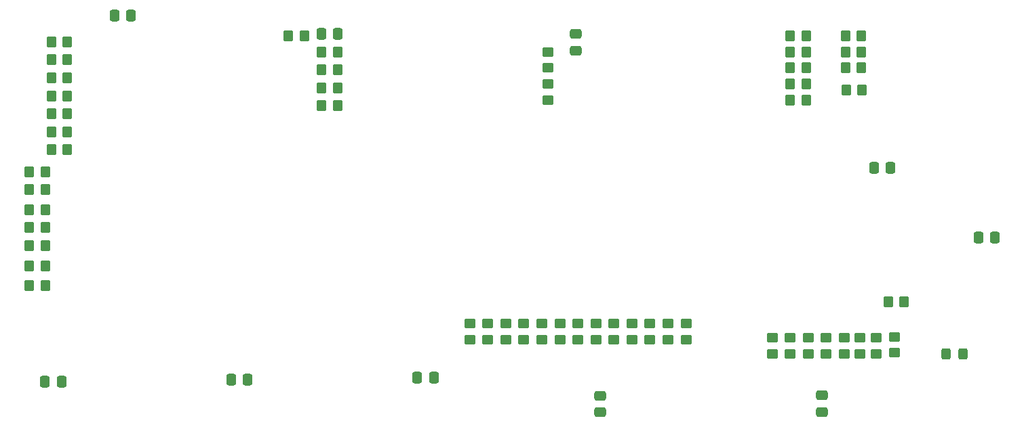
<source format=gbr>
%TF.GenerationSoftware,KiCad,Pcbnew,9.0.2*%
%TF.CreationDate,2025-11-07T18:09:28+05:30*%
%TF.ProjectId,v1,76312e6b-6963-4616-945f-706362585858,rev?*%
%TF.SameCoordinates,Original*%
%TF.FileFunction,Paste,Top*%
%TF.FilePolarity,Positive*%
%FSLAX46Y46*%
G04 Gerber Fmt 4.6, Leading zero omitted, Abs format (unit mm)*
G04 Created by KiCad (PCBNEW 9.0.2) date 2025-11-07 18:09:28*
%MOMM*%
%LPD*%
G01*
G04 APERTURE LIST*
G04 Aperture macros list*
%AMRoundRect*
0 Rectangle with rounded corners*
0 $1 Rounding radius*
0 $2 $3 $4 $5 $6 $7 $8 $9 X,Y pos of 4 corners*
0 Add a 4 corners polygon primitive as box body*
4,1,4,$2,$3,$4,$5,$6,$7,$8,$9,$2,$3,0*
0 Add four circle primitives for the rounded corners*
1,1,$1+$1,$2,$3*
1,1,$1+$1,$4,$5*
1,1,$1+$1,$6,$7*
1,1,$1+$1,$8,$9*
0 Add four rect primitives between the rounded corners*
20,1,$1+$1,$2,$3,$4,$5,0*
20,1,$1+$1,$4,$5,$6,$7,0*
20,1,$1+$1,$6,$7,$8,$9,0*
20,1,$1+$1,$8,$9,$2,$3,0*%
G04 Aperture macros list end*
%ADD10RoundRect,0.250000X-0.350000X-0.450000X0.350000X-0.450000X0.350000X0.450000X-0.350000X0.450000X0*%
%ADD11RoundRect,0.250000X-0.337500X-0.475000X0.337500X-0.475000X0.337500X0.475000X-0.337500X0.475000X0*%
%ADD12RoundRect,0.250000X0.350000X0.450000X-0.350000X0.450000X-0.350000X-0.450000X0.350000X-0.450000X0*%
%ADD13RoundRect,0.250000X0.337500X0.475000X-0.337500X0.475000X-0.337500X-0.475000X0.337500X-0.475000X0*%
%ADD14RoundRect,0.250000X-0.450000X0.350000X-0.450000X-0.350000X0.450000X-0.350000X0.450000X0.350000X0*%
%ADD15RoundRect,0.250000X0.450000X-0.350000X0.450000X0.350000X-0.450000X0.350000X-0.450000X-0.350000X0*%
%ADD16RoundRect,0.250000X-0.475000X0.337500X-0.475000X-0.337500X0.475000X-0.337500X0.475000X0.337500X0*%
%ADD17RoundRect,0.250000X0.325000X0.450000X-0.325000X0.450000X-0.325000X-0.450000X0.325000X-0.450000X0*%
G04 APERTURE END LIST*
D10*
%TO.C,R18*%
X58750000Y-74250000D03*
X60750000Y-74250000D03*
%TD*%
D11*
%TO.C,C6*%
X66635000Y-62000000D03*
X68710000Y-62000000D03*
%TD*%
D12*
%TO.C,R14*%
X58000000Y-93250000D03*
X56000000Y-93250000D03*
%TD*%
D13*
%TO.C,C1*%
X176575000Y-89750000D03*
X174500000Y-89750000D03*
%TD*%
D10*
%TO.C,R11*%
X56000000Y-86250000D03*
X58000000Y-86250000D03*
%TD*%
%TO.C,R21*%
X58750000Y-67500000D03*
X60750000Y-67500000D03*
%TD*%
D14*
%TO.C,R50*%
X126750000Y-100500000D03*
X126750000Y-102500000D03*
%TD*%
%TO.C,R7*%
X157750000Y-102250000D03*
X157750000Y-104250000D03*
%TD*%
D15*
%TO.C,R32*%
X115500000Y-102500000D03*
X115500000Y-100500000D03*
%TD*%
%TO.C,R2*%
X151000000Y-104250000D03*
X151000000Y-102250000D03*
%TD*%
D16*
%TO.C,C7*%
X127250000Y-109500000D03*
X127250000Y-111575000D03*
%TD*%
D12*
%TO.C,R15*%
X58000000Y-95750000D03*
X56000000Y-95750000D03*
%TD*%
D10*
%TO.C,R27*%
X151000000Y-72500000D03*
X153000000Y-72500000D03*
%TD*%
D14*
%TO.C,R46*%
X135750000Y-100500000D03*
X135750000Y-102500000D03*
%TD*%
%TO.C,R5*%
X159750000Y-102250000D03*
X159750000Y-104250000D03*
%TD*%
%TO.C,R44*%
X148750000Y-102250000D03*
X148750000Y-104250000D03*
%TD*%
D10*
%TO.C,R43*%
X92500000Y-71000000D03*
X94500000Y-71000000D03*
%TD*%
%TO.C,R41*%
X92500000Y-68750000D03*
X94500000Y-68750000D03*
%TD*%
D14*
%TO.C,R47*%
X133500000Y-100500000D03*
X133500000Y-102500000D03*
%TD*%
D10*
%TO.C,R8*%
X163250000Y-97750000D03*
X165250000Y-97750000D03*
%TD*%
D12*
%TO.C,R39*%
X94500000Y-66500000D03*
X92500000Y-66500000D03*
%TD*%
D15*
%TO.C,R33*%
X117750000Y-102500000D03*
X117750000Y-100500000D03*
%TD*%
D16*
%TO.C,C9*%
X124250000Y-64250000D03*
X124250000Y-66325000D03*
%TD*%
%TO.C,C2*%
X155000000Y-109462500D03*
X155000000Y-111537500D03*
%TD*%
D10*
%TO.C,R51*%
X158000000Y-71250000D03*
X160000000Y-71250000D03*
%TD*%
%TO.C,R12*%
X56000000Y-88500000D03*
X58000000Y-88500000D03*
%TD*%
%TO.C,R42*%
X92500000Y-73250000D03*
X94500000Y-73250000D03*
%TD*%
D11*
%TO.C,C10*%
X92462500Y-64250000D03*
X94537500Y-64250000D03*
%TD*%
D15*
%TO.C,R36*%
X124500000Y-102500000D03*
X124500000Y-100500000D03*
%TD*%
D12*
%TO.C,R29*%
X159912500Y-66500000D03*
X157912500Y-66500000D03*
%TD*%
D11*
%TO.C,C8*%
X104462500Y-107250000D03*
X106537500Y-107250000D03*
%TD*%
D14*
%TO.C,R48*%
X131250000Y-100500000D03*
X131250000Y-102500000D03*
%TD*%
D15*
%TO.C,R35*%
X122250000Y-102500000D03*
X122250000Y-100500000D03*
%TD*%
D10*
%TO.C,R25*%
X151000000Y-68500000D03*
X153000000Y-68500000D03*
%TD*%
%TO.C,R22*%
X58750000Y-65250000D03*
X60750000Y-65250000D03*
%TD*%
D15*
%TO.C,R4*%
X161750000Y-104250000D03*
X161750000Y-102250000D03*
%TD*%
%TO.C,R37*%
X120750000Y-68500000D03*
X120750000Y-66500000D03*
%TD*%
D11*
%TO.C,C3*%
X81212500Y-107500000D03*
X83287500Y-107500000D03*
%TD*%
D14*
%TO.C,R1*%
X164000000Y-102162500D03*
X164000000Y-104162500D03*
%TD*%
D15*
%TO.C,R30*%
X111000000Y-102500000D03*
X111000000Y-100500000D03*
%TD*%
D10*
%TO.C,R23*%
X151000000Y-64500000D03*
X153000000Y-64500000D03*
%TD*%
%TO.C,R20*%
X58750000Y-69750000D03*
X60750000Y-69750000D03*
%TD*%
%TO.C,R13*%
X56000000Y-90750000D03*
X58000000Y-90750000D03*
%TD*%
%TO.C,R24*%
X151000000Y-66500000D03*
X153000000Y-66500000D03*
%TD*%
%TO.C,R40*%
X88337500Y-64500000D03*
X90337500Y-64500000D03*
%TD*%
D14*
%TO.C,R6*%
X155500000Y-102250000D03*
X155500000Y-104250000D03*
%TD*%
D10*
%TO.C,R10*%
X56000000Y-83750000D03*
X58000000Y-83750000D03*
%TD*%
D15*
%TO.C,R34*%
X120000000Y-102500000D03*
X120000000Y-100500000D03*
%TD*%
D14*
%TO.C,R49*%
X129000000Y-100500000D03*
X129000000Y-102500000D03*
%TD*%
D10*
%TO.C,R26*%
X151000000Y-70500000D03*
X153000000Y-70500000D03*
%TD*%
%TO.C,R16*%
X58750000Y-78750000D03*
X60750000Y-78750000D03*
%TD*%
D17*
%TO.C,D1*%
X172550000Y-104250000D03*
X170500000Y-104250000D03*
%TD*%
D10*
%TO.C,R19*%
X58750000Y-72000000D03*
X60750000Y-72000000D03*
%TD*%
%TO.C,R52*%
X157912500Y-68500000D03*
X159912500Y-68500000D03*
%TD*%
%TO.C,R17*%
X58750000Y-76500000D03*
X60750000Y-76500000D03*
%TD*%
%TO.C,R9*%
X56000000Y-81500000D03*
X58000000Y-81500000D03*
%TD*%
D11*
%TO.C,C5*%
X57962500Y-107750000D03*
X60037500Y-107750000D03*
%TD*%
D12*
%TO.C,R28*%
X159912500Y-64500000D03*
X157912500Y-64500000D03*
%TD*%
D15*
%TO.C,R31*%
X113250000Y-102500000D03*
X113250000Y-100500000D03*
%TD*%
D11*
%TO.C,C4*%
X161462500Y-81000000D03*
X163537500Y-81000000D03*
%TD*%
D14*
%TO.C,R45*%
X138000000Y-100500000D03*
X138000000Y-102500000D03*
%TD*%
D15*
%TO.C,R38*%
X120750000Y-72500000D03*
X120750000Y-70500000D03*
%TD*%
%TO.C,R3*%
X153250000Y-104250000D03*
X153250000Y-102250000D03*
%TD*%
M02*

</source>
